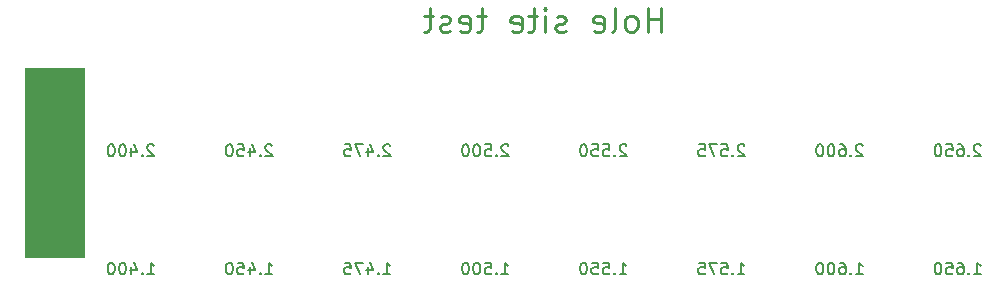
<source format=gbo>
G04 #@! TF.GenerationSoftware,KiCad,Pcbnew,5.1.9+dfsg1-1+deb11u1*
G04 #@! TF.CreationDate,2023-07-11T18:20:43+09:00*
G04 #@! TF.ProjectId,hole-size-test,686f6c65-2d73-4697-9a65-2d746573742e,rev?*
G04 #@! TF.SameCoordinates,Original*
G04 #@! TF.FileFunction,Legend,Bot*
G04 #@! TF.FilePolarity,Positive*
%FSLAX46Y46*%
G04 Gerber Fmt 4.6, Leading zero omitted, Abs format (unit mm)*
G04 Created by KiCad (PCBNEW 5.1.9+dfsg1-1+deb11u1) date 2023-07-11 18:20:43*
%MOMM*%
%LPD*%
G01*
G04 APERTURE LIST*
%ADD10C,0.150000*%
%ADD11C,0.250000*%
%ADD12C,0.100000*%
G04 APERTURE END LIST*
D10*
X101380952Y-95452380D02*
X101952380Y-95452380D01*
X101666666Y-95452380D02*
X101666666Y-94452380D01*
X101761904Y-94595238D01*
X101857142Y-94690476D01*
X101952380Y-94738095D01*
X100952380Y-95357142D02*
X100904761Y-95404761D01*
X100952380Y-95452380D01*
X101000000Y-95404761D01*
X100952380Y-95357142D01*
X100952380Y-95452380D01*
X100047619Y-94785714D02*
X100047619Y-95452380D01*
X100285714Y-94404761D02*
X100523809Y-95119047D01*
X99904761Y-95119047D01*
X99619047Y-94452380D02*
X98952380Y-94452380D01*
X99380952Y-95452380D01*
X98095238Y-94452380D02*
X98571428Y-94452380D01*
X98619047Y-94928571D01*
X98571428Y-94880952D01*
X98476190Y-94833333D01*
X98238095Y-94833333D01*
X98142857Y-94880952D01*
X98095238Y-94928571D01*
X98047619Y-95023809D01*
X98047619Y-95261904D01*
X98095238Y-95357142D01*
X98142857Y-95404761D01*
X98238095Y-95452380D01*
X98476190Y-95452380D01*
X98571428Y-95404761D01*
X98619047Y-95357142D01*
X91380952Y-95452380D02*
X91952380Y-95452380D01*
X91666666Y-95452380D02*
X91666666Y-94452380D01*
X91761904Y-94595238D01*
X91857142Y-94690476D01*
X91952380Y-94738095D01*
X90952380Y-95357142D02*
X90904761Y-95404761D01*
X90952380Y-95452380D01*
X91000000Y-95404761D01*
X90952380Y-95357142D01*
X90952380Y-95452380D01*
X90047619Y-94785714D02*
X90047619Y-95452380D01*
X90285714Y-94404761D02*
X90523809Y-95119047D01*
X89904761Y-95119047D01*
X89047619Y-94452380D02*
X89523809Y-94452380D01*
X89571428Y-94928571D01*
X89523809Y-94880952D01*
X89428571Y-94833333D01*
X89190476Y-94833333D01*
X89095238Y-94880952D01*
X89047619Y-94928571D01*
X89000000Y-95023809D01*
X89000000Y-95261904D01*
X89047619Y-95357142D01*
X89095238Y-95404761D01*
X89190476Y-95452380D01*
X89428571Y-95452380D01*
X89523809Y-95404761D01*
X89571428Y-95357142D01*
X88380952Y-94452380D02*
X88285714Y-94452380D01*
X88190476Y-94500000D01*
X88142857Y-94547619D01*
X88095238Y-94642857D01*
X88047619Y-94833333D01*
X88047619Y-95071428D01*
X88095238Y-95261904D01*
X88142857Y-95357142D01*
X88190476Y-95404761D01*
X88285714Y-95452380D01*
X88380952Y-95452380D01*
X88476190Y-95404761D01*
X88523809Y-95357142D01*
X88571428Y-95261904D01*
X88619047Y-95071428D01*
X88619047Y-94833333D01*
X88571428Y-94642857D01*
X88523809Y-94547619D01*
X88476190Y-94500000D01*
X88380952Y-94452380D01*
X81380952Y-95452380D02*
X81952380Y-95452380D01*
X81666666Y-95452380D02*
X81666666Y-94452380D01*
X81761904Y-94595238D01*
X81857142Y-94690476D01*
X81952380Y-94738095D01*
X80952380Y-95357142D02*
X80904761Y-95404761D01*
X80952380Y-95452380D01*
X81000000Y-95404761D01*
X80952380Y-95357142D01*
X80952380Y-95452380D01*
X80047619Y-94785714D02*
X80047619Y-95452380D01*
X80285714Y-94404761D02*
X80523809Y-95119047D01*
X79904761Y-95119047D01*
X79333333Y-94452380D02*
X79238095Y-94452380D01*
X79142857Y-94500000D01*
X79095238Y-94547619D01*
X79047619Y-94642857D01*
X79000000Y-94833333D01*
X79000000Y-95071428D01*
X79047619Y-95261904D01*
X79095238Y-95357142D01*
X79142857Y-95404761D01*
X79238095Y-95452380D01*
X79333333Y-95452380D01*
X79428571Y-95404761D01*
X79476190Y-95357142D01*
X79523809Y-95261904D01*
X79571428Y-95071428D01*
X79571428Y-94833333D01*
X79523809Y-94642857D01*
X79476190Y-94547619D01*
X79428571Y-94500000D01*
X79333333Y-94452380D01*
X78380952Y-94452380D02*
X78285714Y-94452380D01*
X78190476Y-94500000D01*
X78142857Y-94547619D01*
X78095238Y-94642857D01*
X78047619Y-94833333D01*
X78047619Y-95071428D01*
X78095238Y-95261904D01*
X78142857Y-95357142D01*
X78190476Y-95404761D01*
X78285714Y-95452380D01*
X78380952Y-95452380D01*
X78476190Y-95404761D01*
X78523809Y-95357142D01*
X78571428Y-95261904D01*
X78619047Y-95071428D01*
X78619047Y-94833333D01*
X78571428Y-94642857D01*
X78523809Y-94547619D01*
X78476190Y-94500000D01*
X78380952Y-94452380D01*
X141380952Y-95452380D02*
X141952380Y-95452380D01*
X141666666Y-95452380D02*
X141666666Y-94452380D01*
X141761904Y-94595238D01*
X141857142Y-94690476D01*
X141952380Y-94738095D01*
X140952380Y-95357142D02*
X140904761Y-95404761D01*
X140952380Y-95452380D01*
X141000000Y-95404761D01*
X140952380Y-95357142D01*
X140952380Y-95452380D01*
X140047619Y-94452380D02*
X140238095Y-94452380D01*
X140333333Y-94500000D01*
X140380952Y-94547619D01*
X140476190Y-94690476D01*
X140523809Y-94880952D01*
X140523809Y-95261904D01*
X140476190Y-95357142D01*
X140428571Y-95404761D01*
X140333333Y-95452380D01*
X140142857Y-95452380D01*
X140047619Y-95404761D01*
X140000000Y-95357142D01*
X139952380Y-95261904D01*
X139952380Y-95023809D01*
X140000000Y-94928571D01*
X140047619Y-94880952D01*
X140142857Y-94833333D01*
X140333333Y-94833333D01*
X140428571Y-94880952D01*
X140476190Y-94928571D01*
X140523809Y-95023809D01*
X139333333Y-94452380D02*
X139238095Y-94452380D01*
X139142857Y-94500000D01*
X139095238Y-94547619D01*
X139047619Y-94642857D01*
X139000000Y-94833333D01*
X139000000Y-95071428D01*
X139047619Y-95261904D01*
X139095238Y-95357142D01*
X139142857Y-95404761D01*
X139238095Y-95452380D01*
X139333333Y-95452380D01*
X139428571Y-95404761D01*
X139476190Y-95357142D01*
X139523809Y-95261904D01*
X139571428Y-95071428D01*
X139571428Y-94833333D01*
X139523809Y-94642857D01*
X139476190Y-94547619D01*
X139428571Y-94500000D01*
X139333333Y-94452380D01*
X138380952Y-94452380D02*
X138285714Y-94452380D01*
X138190476Y-94500000D01*
X138142857Y-94547619D01*
X138095238Y-94642857D01*
X138047619Y-94833333D01*
X138047619Y-95071428D01*
X138095238Y-95261904D01*
X138142857Y-95357142D01*
X138190476Y-95404761D01*
X138285714Y-95452380D01*
X138380952Y-95452380D01*
X138476190Y-95404761D01*
X138523809Y-95357142D01*
X138571428Y-95261904D01*
X138619047Y-95071428D01*
X138619047Y-94833333D01*
X138571428Y-94642857D01*
X138523809Y-94547619D01*
X138476190Y-94500000D01*
X138380952Y-94452380D01*
X131380952Y-95452380D02*
X131952380Y-95452380D01*
X131666666Y-95452380D02*
X131666666Y-94452380D01*
X131761904Y-94595238D01*
X131857142Y-94690476D01*
X131952380Y-94738095D01*
X130952380Y-95357142D02*
X130904761Y-95404761D01*
X130952380Y-95452380D01*
X131000000Y-95404761D01*
X130952380Y-95357142D01*
X130952380Y-95452380D01*
X130000000Y-94452380D02*
X130476190Y-94452380D01*
X130523809Y-94928571D01*
X130476190Y-94880952D01*
X130380952Y-94833333D01*
X130142857Y-94833333D01*
X130047619Y-94880952D01*
X130000000Y-94928571D01*
X129952380Y-95023809D01*
X129952380Y-95261904D01*
X130000000Y-95357142D01*
X130047619Y-95404761D01*
X130142857Y-95452380D01*
X130380952Y-95452380D01*
X130476190Y-95404761D01*
X130523809Y-95357142D01*
X129619047Y-94452380D02*
X128952380Y-94452380D01*
X129380952Y-95452380D01*
X128095238Y-94452380D02*
X128571428Y-94452380D01*
X128619047Y-94928571D01*
X128571428Y-94880952D01*
X128476190Y-94833333D01*
X128238095Y-94833333D01*
X128142857Y-94880952D01*
X128095238Y-94928571D01*
X128047619Y-95023809D01*
X128047619Y-95261904D01*
X128095238Y-95357142D01*
X128142857Y-95404761D01*
X128238095Y-95452380D01*
X128476190Y-95452380D01*
X128571428Y-95404761D01*
X128619047Y-95357142D01*
X121380952Y-95452380D02*
X121952380Y-95452380D01*
X121666666Y-95452380D02*
X121666666Y-94452380D01*
X121761904Y-94595238D01*
X121857142Y-94690476D01*
X121952380Y-94738095D01*
X120952380Y-95357142D02*
X120904761Y-95404761D01*
X120952380Y-95452380D01*
X121000000Y-95404761D01*
X120952380Y-95357142D01*
X120952380Y-95452380D01*
X120000000Y-94452380D02*
X120476190Y-94452380D01*
X120523809Y-94928571D01*
X120476190Y-94880952D01*
X120380952Y-94833333D01*
X120142857Y-94833333D01*
X120047619Y-94880952D01*
X120000000Y-94928571D01*
X119952380Y-95023809D01*
X119952380Y-95261904D01*
X120000000Y-95357142D01*
X120047619Y-95404761D01*
X120142857Y-95452380D01*
X120380952Y-95452380D01*
X120476190Y-95404761D01*
X120523809Y-95357142D01*
X119047619Y-94452380D02*
X119523809Y-94452380D01*
X119571428Y-94928571D01*
X119523809Y-94880952D01*
X119428571Y-94833333D01*
X119190476Y-94833333D01*
X119095238Y-94880952D01*
X119047619Y-94928571D01*
X119000000Y-95023809D01*
X119000000Y-95261904D01*
X119047619Y-95357142D01*
X119095238Y-95404761D01*
X119190476Y-95452380D01*
X119428571Y-95452380D01*
X119523809Y-95404761D01*
X119571428Y-95357142D01*
X118380952Y-94452380D02*
X118285714Y-94452380D01*
X118190476Y-94500000D01*
X118142857Y-94547619D01*
X118095238Y-94642857D01*
X118047619Y-94833333D01*
X118047619Y-95071428D01*
X118095238Y-95261904D01*
X118142857Y-95357142D01*
X118190476Y-95404761D01*
X118285714Y-95452380D01*
X118380952Y-95452380D01*
X118476190Y-95404761D01*
X118523809Y-95357142D01*
X118571428Y-95261904D01*
X118619047Y-95071428D01*
X118619047Y-94833333D01*
X118571428Y-94642857D01*
X118523809Y-94547619D01*
X118476190Y-94500000D01*
X118380952Y-94452380D01*
X111380952Y-95452380D02*
X111952380Y-95452380D01*
X111666666Y-95452380D02*
X111666666Y-94452380D01*
X111761904Y-94595238D01*
X111857142Y-94690476D01*
X111952380Y-94738095D01*
X110952380Y-95357142D02*
X110904761Y-95404761D01*
X110952380Y-95452380D01*
X111000000Y-95404761D01*
X110952380Y-95357142D01*
X110952380Y-95452380D01*
X110000000Y-94452380D02*
X110476190Y-94452380D01*
X110523809Y-94928571D01*
X110476190Y-94880952D01*
X110380952Y-94833333D01*
X110142857Y-94833333D01*
X110047619Y-94880952D01*
X110000000Y-94928571D01*
X109952380Y-95023809D01*
X109952380Y-95261904D01*
X110000000Y-95357142D01*
X110047619Y-95404761D01*
X110142857Y-95452380D01*
X110380952Y-95452380D01*
X110476190Y-95404761D01*
X110523809Y-95357142D01*
X109333333Y-94452380D02*
X109238095Y-94452380D01*
X109142857Y-94500000D01*
X109095238Y-94547619D01*
X109047619Y-94642857D01*
X109000000Y-94833333D01*
X109000000Y-95071428D01*
X109047619Y-95261904D01*
X109095238Y-95357142D01*
X109142857Y-95404761D01*
X109238095Y-95452380D01*
X109333333Y-95452380D01*
X109428571Y-95404761D01*
X109476190Y-95357142D01*
X109523809Y-95261904D01*
X109571428Y-95071428D01*
X109571428Y-94833333D01*
X109523809Y-94642857D01*
X109476190Y-94547619D01*
X109428571Y-94500000D01*
X109333333Y-94452380D01*
X108380952Y-94452380D02*
X108285714Y-94452380D01*
X108190476Y-94500000D01*
X108142857Y-94547619D01*
X108095238Y-94642857D01*
X108047619Y-94833333D01*
X108047619Y-95071428D01*
X108095238Y-95261904D01*
X108142857Y-95357142D01*
X108190476Y-95404761D01*
X108285714Y-95452380D01*
X108380952Y-95452380D01*
X108476190Y-95404761D01*
X108523809Y-95357142D01*
X108571428Y-95261904D01*
X108619047Y-95071428D01*
X108619047Y-94833333D01*
X108571428Y-94642857D01*
X108523809Y-94547619D01*
X108476190Y-94500000D01*
X108380952Y-94452380D01*
X141952380Y-84547619D02*
X141904761Y-84500000D01*
X141809523Y-84452380D01*
X141571428Y-84452380D01*
X141476190Y-84500000D01*
X141428571Y-84547619D01*
X141380952Y-84642857D01*
X141380952Y-84738095D01*
X141428571Y-84880952D01*
X142000000Y-85452380D01*
X141380952Y-85452380D01*
X140952380Y-85357142D02*
X140904761Y-85404761D01*
X140952380Y-85452380D01*
X141000000Y-85404761D01*
X140952380Y-85357142D01*
X140952380Y-85452380D01*
X140047619Y-84452380D02*
X140238095Y-84452380D01*
X140333333Y-84500000D01*
X140380952Y-84547619D01*
X140476190Y-84690476D01*
X140523809Y-84880952D01*
X140523809Y-85261904D01*
X140476190Y-85357142D01*
X140428571Y-85404761D01*
X140333333Y-85452380D01*
X140142857Y-85452380D01*
X140047619Y-85404761D01*
X140000000Y-85357142D01*
X139952380Y-85261904D01*
X139952380Y-85023809D01*
X140000000Y-84928571D01*
X140047619Y-84880952D01*
X140142857Y-84833333D01*
X140333333Y-84833333D01*
X140428571Y-84880952D01*
X140476190Y-84928571D01*
X140523809Y-85023809D01*
X139333333Y-84452380D02*
X139238095Y-84452380D01*
X139142857Y-84500000D01*
X139095238Y-84547619D01*
X139047619Y-84642857D01*
X139000000Y-84833333D01*
X139000000Y-85071428D01*
X139047619Y-85261904D01*
X139095238Y-85357142D01*
X139142857Y-85404761D01*
X139238095Y-85452380D01*
X139333333Y-85452380D01*
X139428571Y-85404761D01*
X139476190Y-85357142D01*
X139523809Y-85261904D01*
X139571428Y-85071428D01*
X139571428Y-84833333D01*
X139523809Y-84642857D01*
X139476190Y-84547619D01*
X139428571Y-84500000D01*
X139333333Y-84452380D01*
X138380952Y-84452380D02*
X138285714Y-84452380D01*
X138190476Y-84500000D01*
X138142857Y-84547619D01*
X138095238Y-84642857D01*
X138047619Y-84833333D01*
X138047619Y-85071428D01*
X138095238Y-85261904D01*
X138142857Y-85357142D01*
X138190476Y-85404761D01*
X138285714Y-85452380D01*
X138380952Y-85452380D01*
X138476190Y-85404761D01*
X138523809Y-85357142D01*
X138571428Y-85261904D01*
X138619047Y-85071428D01*
X138619047Y-84833333D01*
X138571428Y-84642857D01*
X138523809Y-84547619D01*
X138476190Y-84500000D01*
X138380952Y-84452380D01*
X131952380Y-84547619D02*
X131904761Y-84500000D01*
X131809523Y-84452380D01*
X131571428Y-84452380D01*
X131476190Y-84500000D01*
X131428571Y-84547619D01*
X131380952Y-84642857D01*
X131380952Y-84738095D01*
X131428571Y-84880952D01*
X132000000Y-85452380D01*
X131380952Y-85452380D01*
X130952380Y-85357142D02*
X130904761Y-85404761D01*
X130952380Y-85452380D01*
X131000000Y-85404761D01*
X130952380Y-85357142D01*
X130952380Y-85452380D01*
X130000000Y-84452380D02*
X130476190Y-84452380D01*
X130523809Y-84928571D01*
X130476190Y-84880952D01*
X130380952Y-84833333D01*
X130142857Y-84833333D01*
X130047619Y-84880952D01*
X130000000Y-84928571D01*
X129952380Y-85023809D01*
X129952380Y-85261904D01*
X130000000Y-85357142D01*
X130047619Y-85404761D01*
X130142857Y-85452380D01*
X130380952Y-85452380D01*
X130476190Y-85404761D01*
X130523809Y-85357142D01*
X129619047Y-84452380D02*
X128952380Y-84452380D01*
X129380952Y-85452380D01*
X128095238Y-84452380D02*
X128571428Y-84452380D01*
X128619047Y-84928571D01*
X128571428Y-84880952D01*
X128476190Y-84833333D01*
X128238095Y-84833333D01*
X128142857Y-84880952D01*
X128095238Y-84928571D01*
X128047619Y-85023809D01*
X128047619Y-85261904D01*
X128095238Y-85357142D01*
X128142857Y-85404761D01*
X128238095Y-85452380D01*
X128476190Y-85452380D01*
X128571428Y-85404761D01*
X128619047Y-85357142D01*
X121952380Y-84547619D02*
X121904761Y-84500000D01*
X121809523Y-84452380D01*
X121571428Y-84452380D01*
X121476190Y-84500000D01*
X121428571Y-84547619D01*
X121380952Y-84642857D01*
X121380952Y-84738095D01*
X121428571Y-84880952D01*
X122000000Y-85452380D01*
X121380952Y-85452380D01*
X120952380Y-85357142D02*
X120904761Y-85404761D01*
X120952380Y-85452380D01*
X121000000Y-85404761D01*
X120952380Y-85357142D01*
X120952380Y-85452380D01*
X120000000Y-84452380D02*
X120476190Y-84452380D01*
X120523809Y-84928571D01*
X120476190Y-84880952D01*
X120380952Y-84833333D01*
X120142857Y-84833333D01*
X120047619Y-84880952D01*
X120000000Y-84928571D01*
X119952380Y-85023809D01*
X119952380Y-85261904D01*
X120000000Y-85357142D01*
X120047619Y-85404761D01*
X120142857Y-85452380D01*
X120380952Y-85452380D01*
X120476190Y-85404761D01*
X120523809Y-85357142D01*
X119047619Y-84452380D02*
X119523809Y-84452380D01*
X119571428Y-84928571D01*
X119523809Y-84880952D01*
X119428571Y-84833333D01*
X119190476Y-84833333D01*
X119095238Y-84880952D01*
X119047619Y-84928571D01*
X119000000Y-85023809D01*
X119000000Y-85261904D01*
X119047619Y-85357142D01*
X119095238Y-85404761D01*
X119190476Y-85452380D01*
X119428571Y-85452380D01*
X119523809Y-85404761D01*
X119571428Y-85357142D01*
X118380952Y-84452380D02*
X118285714Y-84452380D01*
X118190476Y-84500000D01*
X118142857Y-84547619D01*
X118095238Y-84642857D01*
X118047619Y-84833333D01*
X118047619Y-85071428D01*
X118095238Y-85261904D01*
X118142857Y-85357142D01*
X118190476Y-85404761D01*
X118285714Y-85452380D01*
X118380952Y-85452380D01*
X118476190Y-85404761D01*
X118523809Y-85357142D01*
X118571428Y-85261904D01*
X118619047Y-85071428D01*
X118619047Y-84833333D01*
X118571428Y-84642857D01*
X118523809Y-84547619D01*
X118476190Y-84500000D01*
X118380952Y-84452380D01*
X111952380Y-84547619D02*
X111904761Y-84500000D01*
X111809523Y-84452380D01*
X111571428Y-84452380D01*
X111476190Y-84500000D01*
X111428571Y-84547619D01*
X111380952Y-84642857D01*
X111380952Y-84738095D01*
X111428571Y-84880952D01*
X112000000Y-85452380D01*
X111380952Y-85452380D01*
X110952380Y-85357142D02*
X110904761Y-85404761D01*
X110952380Y-85452380D01*
X111000000Y-85404761D01*
X110952380Y-85357142D01*
X110952380Y-85452380D01*
X110000000Y-84452380D02*
X110476190Y-84452380D01*
X110523809Y-84928571D01*
X110476190Y-84880952D01*
X110380952Y-84833333D01*
X110142857Y-84833333D01*
X110047619Y-84880952D01*
X110000000Y-84928571D01*
X109952380Y-85023809D01*
X109952380Y-85261904D01*
X110000000Y-85357142D01*
X110047619Y-85404761D01*
X110142857Y-85452380D01*
X110380952Y-85452380D01*
X110476190Y-85404761D01*
X110523809Y-85357142D01*
X109333333Y-84452380D02*
X109238095Y-84452380D01*
X109142857Y-84500000D01*
X109095238Y-84547619D01*
X109047619Y-84642857D01*
X109000000Y-84833333D01*
X109000000Y-85071428D01*
X109047619Y-85261904D01*
X109095238Y-85357142D01*
X109142857Y-85404761D01*
X109238095Y-85452380D01*
X109333333Y-85452380D01*
X109428571Y-85404761D01*
X109476190Y-85357142D01*
X109523809Y-85261904D01*
X109571428Y-85071428D01*
X109571428Y-84833333D01*
X109523809Y-84642857D01*
X109476190Y-84547619D01*
X109428571Y-84500000D01*
X109333333Y-84452380D01*
X108380952Y-84452380D02*
X108285714Y-84452380D01*
X108190476Y-84500000D01*
X108142857Y-84547619D01*
X108095238Y-84642857D01*
X108047619Y-84833333D01*
X108047619Y-85071428D01*
X108095238Y-85261904D01*
X108142857Y-85357142D01*
X108190476Y-85404761D01*
X108285714Y-85452380D01*
X108380952Y-85452380D01*
X108476190Y-85404761D01*
X108523809Y-85357142D01*
X108571428Y-85261904D01*
X108619047Y-85071428D01*
X108619047Y-84833333D01*
X108571428Y-84642857D01*
X108523809Y-84547619D01*
X108476190Y-84500000D01*
X108380952Y-84452380D01*
X101952380Y-84547619D02*
X101904761Y-84500000D01*
X101809523Y-84452380D01*
X101571428Y-84452380D01*
X101476190Y-84500000D01*
X101428571Y-84547619D01*
X101380952Y-84642857D01*
X101380952Y-84738095D01*
X101428571Y-84880952D01*
X102000000Y-85452380D01*
X101380952Y-85452380D01*
X100952380Y-85357142D02*
X100904761Y-85404761D01*
X100952380Y-85452380D01*
X101000000Y-85404761D01*
X100952380Y-85357142D01*
X100952380Y-85452380D01*
X100047619Y-84785714D02*
X100047619Y-85452380D01*
X100285714Y-84404761D02*
X100523809Y-85119047D01*
X99904761Y-85119047D01*
X99619047Y-84452380D02*
X98952380Y-84452380D01*
X99380952Y-85452380D01*
X98095238Y-84452380D02*
X98571428Y-84452380D01*
X98619047Y-84928571D01*
X98571428Y-84880952D01*
X98476190Y-84833333D01*
X98238095Y-84833333D01*
X98142857Y-84880952D01*
X98095238Y-84928571D01*
X98047619Y-85023809D01*
X98047619Y-85261904D01*
X98095238Y-85357142D01*
X98142857Y-85404761D01*
X98238095Y-85452380D01*
X98476190Y-85452380D01*
X98571428Y-85404761D01*
X98619047Y-85357142D01*
X91952380Y-84547619D02*
X91904761Y-84500000D01*
X91809523Y-84452380D01*
X91571428Y-84452380D01*
X91476190Y-84500000D01*
X91428571Y-84547619D01*
X91380952Y-84642857D01*
X91380952Y-84738095D01*
X91428571Y-84880952D01*
X92000000Y-85452380D01*
X91380952Y-85452380D01*
X90952380Y-85357142D02*
X90904761Y-85404761D01*
X90952380Y-85452380D01*
X91000000Y-85404761D01*
X90952380Y-85357142D01*
X90952380Y-85452380D01*
X90047619Y-84785714D02*
X90047619Y-85452380D01*
X90285714Y-84404761D02*
X90523809Y-85119047D01*
X89904761Y-85119047D01*
X89047619Y-84452380D02*
X89523809Y-84452380D01*
X89571428Y-84928571D01*
X89523809Y-84880952D01*
X89428571Y-84833333D01*
X89190476Y-84833333D01*
X89095238Y-84880952D01*
X89047619Y-84928571D01*
X89000000Y-85023809D01*
X89000000Y-85261904D01*
X89047619Y-85357142D01*
X89095238Y-85404761D01*
X89190476Y-85452380D01*
X89428571Y-85452380D01*
X89523809Y-85404761D01*
X89571428Y-85357142D01*
X88380952Y-84452380D02*
X88285714Y-84452380D01*
X88190476Y-84500000D01*
X88142857Y-84547619D01*
X88095238Y-84642857D01*
X88047619Y-84833333D01*
X88047619Y-85071428D01*
X88095238Y-85261904D01*
X88142857Y-85357142D01*
X88190476Y-85404761D01*
X88285714Y-85452380D01*
X88380952Y-85452380D01*
X88476190Y-85404761D01*
X88523809Y-85357142D01*
X88571428Y-85261904D01*
X88619047Y-85071428D01*
X88619047Y-84833333D01*
X88571428Y-84642857D01*
X88523809Y-84547619D01*
X88476190Y-84500000D01*
X88380952Y-84452380D01*
X81952380Y-84547619D02*
X81904761Y-84500000D01*
X81809523Y-84452380D01*
X81571428Y-84452380D01*
X81476190Y-84500000D01*
X81428571Y-84547619D01*
X81380952Y-84642857D01*
X81380952Y-84738095D01*
X81428571Y-84880952D01*
X82000000Y-85452380D01*
X81380952Y-85452380D01*
X80952380Y-85357142D02*
X80904761Y-85404761D01*
X80952380Y-85452380D01*
X81000000Y-85404761D01*
X80952380Y-85357142D01*
X80952380Y-85452380D01*
X80047619Y-84785714D02*
X80047619Y-85452380D01*
X80285714Y-84404761D02*
X80523809Y-85119047D01*
X79904761Y-85119047D01*
X79333333Y-84452380D02*
X79238095Y-84452380D01*
X79142857Y-84500000D01*
X79095238Y-84547619D01*
X79047619Y-84642857D01*
X79000000Y-84833333D01*
X79000000Y-85071428D01*
X79047619Y-85261904D01*
X79095238Y-85357142D01*
X79142857Y-85404761D01*
X79238095Y-85452380D01*
X79333333Y-85452380D01*
X79428571Y-85404761D01*
X79476190Y-85357142D01*
X79523809Y-85261904D01*
X79571428Y-85071428D01*
X79571428Y-84833333D01*
X79523809Y-84642857D01*
X79476190Y-84547619D01*
X79428571Y-84500000D01*
X79333333Y-84452380D01*
X78380952Y-84452380D02*
X78285714Y-84452380D01*
X78190476Y-84500000D01*
X78142857Y-84547619D01*
X78095238Y-84642857D01*
X78047619Y-84833333D01*
X78047619Y-85071428D01*
X78095238Y-85261904D01*
X78142857Y-85357142D01*
X78190476Y-85404761D01*
X78285714Y-85452380D01*
X78380952Y-85452380D01*
X78476190Y-85404761D01*
X78523809Y-85357142D01*
X78571428Y-85261904D01*
X78619047Y-85071428D01*
X78619047Y-84833333D01*
X78571428Y-84642857D01*
X78523809Y-84547619D01*
X78476190Y-84500000D01*
X78380952Y-84452380D01*
X151380952Y-95452380D02*
X151952380Y-95452380D01*
X151666666Y-95452380D02*
X151666666Y-94452380D01*
X151761904Y-94595238D01*
X151857142Y-94690476D01*
X151952380Y-94738095D01*
X150952380Y-95357142D02*
X150904761Y-95404761D01*
X150952380Y-95452380D01*
X151000000Y-95404761D01*
X150952380Y-95357142D01*
X150952380Y-95452380D01*
X150047619Y-94452380D02*
X150238095Y-94452380D01*
X150333333Y-94500000D01*
X150380952Y-94547619D01*
X150476190Y-94690476D01*
X150523809Y-94880952D01*
X150523809Y-95261904D01*
X150476190Y-95357142D01*
X150428571Y-95404761D01*
X150333333Y-95452380D01*
X150142857Y-95452380D01*
X150047619Y-95404761D01*
X150000000Y-95357142D01*
X149952380Y-95261904D01*
X149952380Y-95023809D01*
X150000000Y-94928571D01*
X150047619Y-94880952D01*
X150142857Y-94833333D01*
X150333333Y-94833333D01*
X150428571Y-94880952D01*
X150476190Y-94928571D01*
X150523809Y-95023809D01*
X149047619Y-94452380D02*
X149523809Y-94452380D01*
X149571428Y-94928571D01*
X149523809Y-94880952D01*
X149428571Y-94833333D01*
X149190476Y-94833333D01*
X149095238Y-94880952D01*
X149047619Y-94928571D01*
X149000000Y-95023809D01*
X149000000Y-95261904D01*
X149047619Y-95357142D01*
X149095238Y-95404761D01*
X149190476Y-95452380D01*
X149428571Y-95452380D01*
X149523809Y-95404761D01*
X149571428Y-95357142D01*
X148380952Y-94452380D02*
X148285714Y-94452380D01*
X148190476Y-94500000D01*
X148142857Y-94547619D01*
X148095238Y-94642857D01*
X148047619Y-94833333D01*
X148047619Y-95071428D01*
X148095238Y-95261904D01*
X148142857Y-95357142D01*
X148190476Y-95404761D01*
X148285714Y-95452380D01*
X148380952Y-95452380D01*
X148476190Y-95404761D01*
X148523809Y-95357142D01*
X148571428Y-95261904D01*
X148619047Y-95071428D01*
X148619047Y-94833333D01*
X148571428Y-94642857D01*
X148523809Y-94547619D01*
X148476190Y-94500000D01*
X148380952Y-94452380D01*
D11*
X124904761Y-74904761D02*
X124904761Y-72904761D01*
X124904761Y-73857142D02*
X123761904Y-73857142D01*
X123761904Y-74904761D02*
X123761904Y-72904761D01*
X122523809Y-74904761D02*
X122714285Y-74809523D01*
X122809523Y-74714285D01*
X122904761Y-74523809D01*
X122904761Y-73952380D01*
X122809523Y-73761904D01*
X122714285Y-73666666D01*
X122523809Y-73571428D01*
X122238095Y-73571428D01*
X122047619Y-73666666D01*
X121952380Y-73761904D01*
X121857142Y-73952380D01*
X121857142Y-74523809D01*
X121952380Y-74714285D01*
X122047619Y-74809523D01*
X122238095Y-74904761D01*
X122523809Y-74904761D01*
X120714285Y-74904761D02*
X120904761Y-74809523D01*
X121000000Y-74619047D01*
X121000000Y-72904761D01*
X119190476Y-74809523D02*
X119380952Y-74904761D01*
X119761904Y-74904761D01*
X119952380Y-74809523D01*
X120047619Y-74619047D01*
X120047619Y-73857142D01*
X119952380Y-73666666D01*
X119761904Y-73571428D01*
X119380952Y-73571428D01*
X119190476Y-73666666D01*
X119095238Y-73857142D01*
X119095238Y-74047619D01*
X120047619Y-74238095D01*
X116809523Y-74809523D02*
X116619047Y-74904761D01*
X116238095Y-74904761D01*
X116047619Y-74809523D01*
X115952380Y-74619047D01*
X115952380Y-74523809D01*
X116047619Y-74333333D01*
X116238095Y-74238095D01*
X116523809Y-74238095D01*
X116714285Y-74142857D01*
X116809523Y-73952380D01*
X116809523Y-73857142D01*
X116714285Y-73666666D01*
X116523809Y-73571428D01*
X116238095Y-73571428D01*
X116047619Y-73666666D01*
X115095238Y-74904761D02*
X115095238Y-73571428D01*
X115095238Y-72904761D02*
X115190476Y-73000000D01*
X115095238Y-73095238D01*
X115000000Y-73000000D01*
X115095238Y-72904761D01*
X115095238Y-73095238D01*
X114428571Y-73571428D02*
X113666666Y-73571428D01*
X114142857Y-72904761D02*
X114142857Y-74619047D01*
X114047619Y-74809523D01*
X113857142Y-74904761D01*
X113666666Y-74904761D01*
X112238095Y-74809523D02*
X112428571Y-74904761D01*
X112809523Y-74904761D01*
X113000000Y-74809523D01*
X113095238Y-74619047D01*
X113095238Y-73857142D01*
X113000000Y-73666666D01*
X112809523Y-73571428D01*
X112428571Y-73571428D01*
X112238095Y-73666666D01*
X112142857Y-73857142D01*
X112142857Y-74047619D01*
X113095238Y-74238095D01*
X110047619Y-73571428D02*
X109285714Y-73571428D01*
X109761904Y-72904761D02*
X109761904Y-74619047D01*
X109666666Y-74809523D01*
X109476190Y-74904761D01*
X109285714Y-74904761D01*
X107857142Y-74809523D02*
X108047619Y-74904761D01*
X108428571Y-74904761D01*
X108619047Y-74809523D01*
X108714285Y-74619047D01*
X108714285Y-73857142D01*
X108619047Y-73666666D01*
X108428571Y-73571428D01*
X108047619Y-73571428D01*
X107857142Y-73666666D01*
X107761904Y-73857142D01*
X107761904Y-74047619D01*
X108714285Y-74238095D01*
X107000000Y-74809523D02*
X106809523Y-74904761D01*
X106428571Y-74904761D01*
X106238095Y-74809523D01*
X106142857Y-74619047D01*
X106142857Y-74523809D01*
X106238095Y-74333333D01*
X106428571Y-74238095D01*
X106714285Y-74238095D01*
X106904761Y-74142857D01*
X107000000Y-73952380D01*
X107000000Y-73857142D01*
X106904761Y-73666666D01*
X106714285Y-73571428D01*
X106428571Y-73571428D01*
X106238095Y-73666666D01*
X105571428Y-73571428D02*
X104809523Y-73571428D01*
X105285714Y-72904761D02*
X105285714Y-74619047D01*
X105190476Y-74809523D01*
X105000000Y-74904761D01*
X104809523Y-74904761D01*
D10*
X151952380Y-84547619D02*
X151904761Y-84500000D01*
X151809523Y-84452380D01*
X151571428Y-84452380D01*
X151476190Y-84500000D01*
X151428571Y-84547619D01*
X151380952Y-84642857D01*
X151380952Y-84738095D01*
X151428571Y-84880952D01*
X152000000Y-85452380D01*
X151380952Y-85452380D01*
X150952380Y-85357142D02*
X150904761Y-85404761D01*
X150952380Y-85452380D01*
X151000000Y-85404761D01*
X150952380Y-85357142D01*
X150952380Y-85452380D01*
X150047619Y-84452380D02*
X150238095Y-84452380D01*
X150333333Y-84500000D01*
X150380952Y-84547619D01*
X150476190Y-84690476D01*
X150523809Y-84880952D01*
X150523809Y-85261904D01*
X150476190Y-85357142D01*
X150428571Y-85404761D01*
X150333333Y-85452380D01*
X150142857Y-85452380D01*
X150047619Y-85404761D01*
X150000000Y-85357142D01*
X149952380Y-85261904D01*
X149952380Y-85023809D01*
X150000000Y-84928571D01*
X150047619Y-84880952D01*
X150142857Y-84833333D01*
X150333333Y-84833333D01*
X150428571Y-84880952D01*
X150476190Y-84928571D01*
X150523809Y-85023809D01*
X149047619Y-84452380D02*
X149523809Y-84452380D01*
X149571428Y-84928571D01*
X149523809Y-84880952D01*
X149428571Y-84833333D01*
X149190476Y-84833333D01*
X149095238Y-84880952D01*
X149047619Y-84928571D01*
X149000000Y-85023809D01*
X149000000Y-85261904D01*
X149047619Y-85357142D01*
X149095238Y-85404761D01*
X149190476Y-85452380D01*
X149428571Y-85452380D01*
X149523809Y-85404761D01*
X149571428Y-85357142D01*
X148380952Y-84452380D02*
X148285714Y-84452380D01*
X148190476Y-84500000D01*
X148142857Y-84547619D01*
X148095238Y-84642857D01*
X148047619Y-84833333D01*
X148047619Y-85071428D01*
X148095238Y-85261904D01*
X148142857Y-85357142D01*
X148190476Y-85404761D01*
X148285714Y-85452380D01*
X148380952Y-85452380D01*
X148476190Y-85404761D01*
X148523809Y-85357142D01*
X148571428Y-85261904D01*
X148619047Y-85071428D01*
X148619047Y-84833333D01*
X148571428Y-84642857D01*
X148523809Y-84547619D01*
X148476190Y-84500000D01*
X148380952Y-84452380D01*
D12*
G36*
X76000000Y-94000000D02*
G01*
X71000000Y-94000000D01*
X71000000Y-78000000D01*
X76000000Y-78000000D01*
X76000000Y-94000000D01*
G37*
X76000000Y-94000000D02*
X71000000Y-94000000D01*
X71000000Y-78000000D01*
X76000000Y-78000000D01*
X76000000Y-94000000D01*
%LPC*%
M02*

</source>
